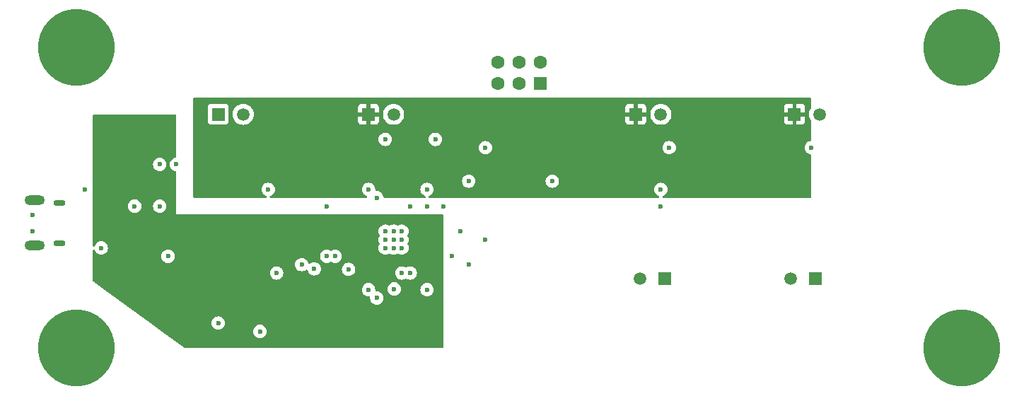
<source format=gbr>
%TF.GenerationSoftware,KiCad,Pcbnew,8.0.4*%
%TF.CreationDate,2024-12-23T16:55:19-08:00*%
%TF.ProjectId,Butterfly_v0,42757474-6572-4666-9c79-5f76302e6b69,rev?*%
%TF.SameCoordinates,Original*%
%TF.FileFunction,Copper,L3,Inr*%
%TF.FilePolarity,Positive*%
%FSLAX46Y46*%
G04 Gerber Fmt 4.6, Leading zero omitted, Abs format (unit mm)*
G04 Created by KiCad (PCBNEW 8.0.4) date 2024-12-23 16:55:19*
%MOMM*%
%LPD*%
G01*
G04 APERTURE LIST*
%TA.AperFunction,ComponentPad*%
%ADD10R,1.520000X1.520000*%
%TD*%
%TA.AperFunction,ComponentPad*%
%ADD11C,1.520000*%
%TD*%
%TA.AperFunction,ComponentPad*%
%ADD12R,1.605000X1.605000*%
%TD*%
%TA.AperFunction,ComponentPad*%
%ADD13C,1.605000*%
%TD*%
%TA.AperFunction,ComponentPad*%
%ADD14O,1.460000X0.730000*%
%TD*%
%TA.AperFunction,ComponentPad*%
%ADD15O,2.400000X1.200000*%
%TD*%
%TA.AperFunction,ComponentPad*%
%ADD16C,9.200000*%
%TD*%
%TA.AperFunction,ViaPad*%
%ADD17C,0.600000*%
%TD*%
G04 APERTURE END LIST*
D10*
%TO.N,Net-(J6-Pad1)*%
%TO.C,J6*%
X145500000Y-84680000D03*
D11*
%TO.N,GND*%
X142500000Y-84680000D03*
%TD*%
D10*
%TO.N,+12V*%
%TO.C,J4*%
X124000000Y-65000000D03*
D11*
%TO.N,Net-(J4-Pad2)*%
X127000000Y-65000000D03*
%TD*%
D12*
%TO.N,MISO*%
%TO.C,J8*%
X112540000Y-61270000D03*
D13*
%TO.N,+3.3V*%
X112540000Y-58730000D03*
%TO.N,SCK*%
X110000000Y-61270000D03*
%TO.N,MOSI*%
X110000000Y-58730000D03*
%TO.N,RESET*%
X107460000Y-61270000D03*
%TO.N,GND*%
X107460000Y-58730000D03*
%TD*%
D14*
%TO.N,GND*%
%TO.C,J2*%
X55030000Y-75575000D03*
X55030000Y-80425000D03*
D15*
X52000000Y-75275000D03*
X52000000Y-80725000D03*
%TD*%
D10*
%TO.N,Net-(J7-Pad1)*%
%TO.C,J7*%
X127500000Y-84680000D03*
D11*
%TO.N,GND*%
X124500000Y-84680000D03*
%TD*%
D10*
%TO.N,+12V*%
%TO.C,J3*%
X92000000Y-65000000D03*
D11*
%TO.N,Net-(D2-PadA)*%
X95000000Y-65000000D03*
%TD*%
D16*
%TO.N,GND*%
%TO.C,H3*%
X163000000Y-93000000D03*
%TD*%
D10*
%TO.N,+12V*%
%TO.C,J5*%
X143000000Y-65000000D03*
D11*
%TO.N,Net-(J5-Pad2)*%
X146000000Y-65000000D03*
%TD*%
D16*
%TO.N,GND*%
%TO.C,H2*%
X57000000Y-93000000D03*
%TD*%
D10*
%TO.N,Net-(D1-A)*%
%TO.C,J1*%
X74000000Y-65000000D03*
D11*
%TO.N,GND*%
X77000000Y-65000000D03*
%TD*%
D16*
%TO.N,GND*%
%TO.C,H4*%
X163000000Y-57000000D03*
%TD*%
%TO.N,GND*%
%TO.C,H1*%
X57000000Y-57000000D03*
%TD*%
D17*
%TO.N,+12V*%
X72000000Y-70000000D03*
X72000000Y-74000000D03*
X82000000Y-74000000D03*
%TO.N,GND*%
X94000000Y-79000000D03*
X96000000Y-80000000D03*
X94000000Y-68000000D03*
X96000000Y-81000000D03*
X60000000Y-81000000D03*
X64000000Y-76000000D03*
X95000000Y-81000000D03*
X80000000Y-74000000D03*
X145000000Y-69000000D03*
X94000000Y-81000000D03*
X51750000Y-78962500D03*
X95000000Y-80000000D03*
X51750000Y-77037500D03*
X96000000Y-79000000D03*
X128000000Y-69000000D03*
X84000000Y-83000000D03*
X88000000Y-82000000D03*
X103000000Y-79000000D03*
X95000000Y-79000000D03*
X94000000Y-80000000D03*
X74000000Y-90000000D03*
X68000000Y-82000000D03*
X93000000Y-87000000D03*
X81000000Y-84000000D03*
X100000000Y-68000000D03*
X99000000Y-86000000D03*
X58000000Y-74000000D03*
%TO.N,+3.3V*%
X100000000Y-88000000D03*
X76000000Y-78000000D03*
X72000000Y-88000000D03*
X97000000Y-90000000D03*
X95000000Y-91000000D03*
X89000000Y-90000000D03*
X67000000Y-67000000D03*
X74000000Y-81000000D03*
X63000000Y-84000000D03*
X95000000Y-89000000D03*
X72000000Y-78000000D03*
X76000000Y-81000000D03*
X65000000Y-71000000D03*
X100000000Y-86000000D03*
X78000000Y-80000000D03*
X78000000Y-89000000D03*
X62000000Y-67000000D03*
X74000000Y-78000000D03*
X98374999Y-80675000D03*
X94934413Y-88065587D03*
X91000000Y-91000000D03*
X72000000Y-81000000D03*
X88000000Y-78000000D03*
%TO.N,RESET*%
X87000000Y-76000000D03*
X114000000Y-73000000D03*
X95077087Y-85922913D03*
X104000000Y-83000000D03*
X85500000Y-83500000D03*
X87000000Y-82000000D03*
%TO.N,Net-(U6-~{DTR}#)*%
X67000000Y-71000000D03*
X69000000Y-71000000D03*
%TO.N,TX-O*%
X97000000Y-84000000D03*
X67000000Y-76000000D03*
%TO.N,RX-I*%
X89617408Y-83567429D03*
X96000000Y-84000000D03*
%TO.N,SCK*%
X106000000Y-69000000D03*
X92000000Y-74000000D03*
%TO.N,MISO*%
X104000000Y-73000000D03*
X93000000Y-75000000D03*
%TO.N,SCL*%
X92000000Y-86000000D03*
X79000000Y-91000000D03*
%TO.N,PD5*%
X99000000Y-76000000D03*
X99000000Y-74000000D03*
%TO.N,PD6*%
X127000000Y-76000000D03*
X101000000Y-76000000D03*
X97000000Y-76000000D03*
X127000000Y-74000000D03*
%TO.N,PD3*%
X106000000Y-80000000D03*
X102000000Y-82000000D03*
%TD*%
%TA.AperFunction,Conductor*%
%TO.N,+12V*%
G36*
X144943039Y-63019685D02*
G01*
X144988794Y-63072489D01*
X145000000Y-63124000D01*
X145000000Y-64191435D01*
X144980315Y-64258474D01*
X144977576Y-64262557D01*
X144904204Y-64367344D01*
X144810994Y-64567235D01*
X144810990Y-64567244D01*
X144753909Y-64780275D01*
X144753907Y-64780285D01*
X144734685Y-64999998D01*
X144734685Y-65000001D01*
X144753907Y-65219714D01*
X144753909Y-65219724D01*
X144810990Y-65432755D01*
X144810995Y-65432769D01*
X144904203Y-65632654D01*
X144904205Y-65632658D01*
X144977575Y-65737442D01*
X144999902Y-65803646D01*
X145000000Y-65808564D01*
X145000000Y-68083621D01*
X144980315Y-68150660D01*
X144927511Y-68196415D01*
X144889884Y-68206841D01*
X144820749Y-68214630D01*
X144820745Y-68214631D01*
X144650476Y-68274211D01*
X144497737Y-68370184D01*
X144370184Y-68497737D01*
X144274211Y-68650476D01*
X144214631Y-68820745D01*
X144214630Y-68820750D01*
X144194435Y-68999996D01*
X144194435Y-69000003D01*
X144214630Y-69179249D01*
X144214631Y-69179254D01*
X144274211Y-69349523D01*
X144370184Y-69502262D01*
X144497738Y-69629816D01*
X144650478Y-69725789D01*
X144820745Y-69785368D01*
X144820749Y-69785369D01*
X144889883Y-69793158D01*
X144954297Y-69820224D01*
X144993852Y-69877818D01*
X145000000Y-69916378D01*
X145000000Y-74876000D01*
X144980315Y-74943039D01*
X144927511Y-74988794D01*
X144876000Y-75000000D01*
X127295685Y-75000000D01*
X127228646Y-74980315D01*
X127182891Y-74927511D01*
X127172947Y-74858353D01*
X127201972Y-74794797D01*
X127254731Y-74758958D01*
X127288607Y-74747103D01*
X127349522Y-74725789D01*
X127502262Y-74629816D01*
X127629816Y-74502262D01*
X127725789Y-74349522D01*
X127785368Y-74179255D01*
X127797149Y-74074699D01*
X127805565Y-74000003D01*
X127805565Y-73999996D01*
X127785369Y-73820750D01*
X127785368Y-73820745D01*
X127725788Y-73650476D01*
X127686582Y-73588080D01*
X127629816Y-73497738D01*
X127502262Y-73370184D01*
X127469379Y-73349522D01*
X127349523Y-73274211D01*
X127179254Y-73214631D01*
X127179249Y-73214630D01*
X127000004Y-73194435D01*
X126999996Y-73194435D01*
X126820750Y-73214630D01*
X126820745Y-73214631D01*
X126650476Y-73274211D01*
X126497737Y-73370184D01*
X126370184Y-73497737D01*
X126274211Y-73650476D01*
X126214631Y-73820745D01*
X126214630Y-73820750D01*
X126194435Y-73999996D01*
X126194435Y-74000003D01*
X126214630Y-74179249D01*
X126214631Y-74179254D01*
X126274211Y-74349523D01*
X126367341Y-74497737D01*
X126370184Y-74502262D01*
X126497738Y-74629816D01*
X126650478Y-74725789D01*
X126745269Y-74758958D01*
X126802046Y-74799680D01*
X126827793Y-74864633D01*
X126814337Y-74933194D01*
X126765950Y-74983597D01*
X126704315Y-75000000D01*
X99295685Y-75000000D01*
X99228646Y-74980315D01*
X99182891Y-74927511D01*
X99172947Y-74858353D01*
X99201972Y-74794797D01*
X99254731Y-74758958D01*
X99288607Y-74747103D01*
X99349522Y-74725789D01*
X99502262Y-74629816D01*
X99629816Y-74502262D01*
X99725789Y-74349522D01*
X99785368Y-74179255D01*
X99797149Y-74074699D01*
X99805565Y-74000003D01*
X99805565Y-73999996D01*
X99785369Y-73820750D01*
X99785368Y-73820745D01*
X99725788Y-73650476D01*
X99686582Y-73588080D01*
X99629816Y-73497738D01*
X99502262Y-73370184D01*
X99469379Y-73349522D01*
X99349523Y-73274211D01*
X99179254Y-73214631D01*
X99179249Y-73214630D01*
X99000004Y-73194435D01*
X98999996Y-73194435D01*
X98820750Y-73214630D01*
X98820745Y-73214631D01*
X98650476Y-73274211D01*
X98497737Y-73370184D01*
X98370184Y-73497737D01*
X98274211Y-73650476D01*
X98214631Y-73820745D01*
X98214630Y-73820750D01*
X98194435Y-73999996D01*
X98194435Y-74000003D01*
X98214630Y-74179249D01*
X98214631Y-74179254D01*
X98274211Y-74349523D01*
X98367341Y-74497737D01*
X98370184Y-74502262D01*
X98497738Y-74629816D01*
X98650478Y-74725789D01*
X98745269Y-74758958D01*
X98802046Y-74799680D01*
X98827793Y-74864633D01*
X98814337Y-74933194D01*
X98765950Y-74983597D01*
X98704315Y-75000000D01*
X93916378Y-75000000D01*
X93849339Y-74980315D01*
X93803584Y-74927511D01*
X93793158Y-74889883D01*
X93785369Y-74820749D01*
X93785368Y-74820745D01*
X93725788Y-74650476D01*
X93686582Y-74588080D01*
X93629816Y-74497738D01*
X93502262Y-74370184D01*
X93469379Y-74349522D01*
X93349523Y-74274211D01*
X93179254Y-74214631D01*
X93179249Y-74214630D01*
X93000004Y-74194435D01*
X92999996Y-74194435D01*
X92935388Y-74201714D01*
X92866566Y-74189659D01*
X92815187Y-74142310D01*
X92797563Y-74074699D01*
X92798285Y-74064610D01*
X92805565Y-74000002D01*
X92805565Y-73999996D01*
X92785369Y-73820750D01*
X92785368Y-73820745D01*
X92725788Y-73650476D01*
X92686582Y-73588080D01*
X92629816Y-73497738D01*
X92502262Y-73370184D01*
X92469379Y-73349522D01*
X92349523Y-73274211D01*
X92179254Y-73214631D01*
X92179249Y-73214630D01*
X92000004Y-73194435D01*
X91999996Y-73194435D01*
X91820750Y-73214630D01*
X91820745Y-73214631D01*
X91650476Y-73274211D01*
X91497737Y-73370184D01*
X91370184Y-73497737D01*
X91274211Y-73650476D01*
X91214631Y-73820745D01*
X91214630Y-73820750D01*
X91194435Y-73999996D01*
X91194435Y-74000003D01*
X91214630Y-74179249D01*
X91214631Y-74179254D01*
X91274211Y-74349523D01*
X91367341Y-74497737D01*
X91370184Y-74502262D01*
X91497738Y-74629816D01*
X91650478Y-74725789D01*
X91745269Y-74758958D01*
X91802046Y-74799680D01*
X91827793Y-74864633D01*
X91814337Y-74933194D01*
X91765950Y-74983597D01*
X91704315Y-75000000D01*
X80295685Y-75000000D01*
X80228646Y-74980315D01*
X80182891Y-74927511D01*
X80172947Y-74858353D01*
X80201972Y-74794797D01*
X80254731Y-74758958D01*
X80288607Y-74747103D01*
X80349522Y-74725789D01*
X80502262Y-74629816D01*
X80629816Y-74502262D01*
X80725789Y-74349522D01*
X80785368Y-74179255D01*
X80797149Y-74074699D01*
X80805565Y-74000003D01*
X80805565Y-73999996D01*
X80785369Y-73820750D01*
X80785368Y-73820745D01*
X80725788Y-73650476D01*
X80686582Y-73588080D01*
X80629816Y-73497738D01*
X80502262Y-73370184D01*
X80469379Y-73349522D01*
X80349523Y-73274211D01*
X80179254Y-73214631D01*
X80179249Y-73214630D01*
X80000004Y-73194435D01*
X79999996Y-73194435D01*
X79820750Y-73214630D01*
X79820745Y-73214631D01*
X79650476Y-73274211D01*
X79497737Y-73370184D01*
X79370184Y-73497737D01*
X79274211Y-73650476D01*
X79214631Y-73820745D01*
X79214630Y-73820750D01*
X79194435Y-73999996D01*
X79194435Y-74000003D01*
X79214630Y-74179249D01*
X79214631Y-74179254D01*
X79274211Y-74349523D01*
X79367341Y-74497737D01*
X79370184Y-74502262D01*
X79497738Y-74629816D01*
X79650478Y-74725789D01*
X79745269Y-74758958D01*
X79802046Y-74799680D01*
X79827793Y-74864633D01*
X79814337Y-74933194D01*
X79765950Y-74983597D01*
X79704315Y-75000000D01*
X71124000Y-75000000D01*
X71056961Y-74980315D01*
X71011206Y-74927511D01*
X71000000Y-74876000D01*
X71000000Y-72999996D01*
X103194435Y-72999996D01*
X103194435Y-73000003D01*
X103214630Y-73179249D01*
X103214631Y-73179254D01*
X103274211Y-73349523D01*
X103367341Y-73497737D01*
X103370184Y-73502262D01*
X103497738Y-73629816D01*
X103650478Y-73725789D01*
X103820745Y-73785368D01*
X103820750Y-73785369D01*
X103999996Y-73805565D01*
X104000000Y-73805565D01*
X104000004Y-73805565D01*
X104179249Y-73785369D01*
X104179252Y-73785368D01*
X104179255Y-73785368D01*
X104349522Y-73725789D01*
X104502262Y-73629816D01*
X104629816Y-73502262D01*
X104725789Y-73349522D01*
X104785368Y-73179255D01*
X104805565Y-73000000D01*
X104805565Y-72999996D01*
X113194435Y-72999996D01*
X113194435Y-73000003D01*
X113214630Y-73179249D01*
X113214631Y-73179254D01*
X113274211Y-73349523D01*
X113367341Y-73497737D01*
X113370184Y-73502262D01*
X113497738Y-73629816D01*
X113650478Y-73725789D01*
X113820745Y-73785368D01*
X113820750Y-73785369D01*
X113999996Y-73805565D01*
X114000000Y-73805565D01*
X114000004Y-73805565D01*
X114179249Y-73785369D01*
X114179252Y-73785368D01*
X114179255Y-73785368D01*
X114349522Y-73725789D01*
X114502262Y-73629816D01*
X114629816Y-73502262D01*
X114725789Y-73349522D01*
X114785368Y-73179255D01*
X114805565Y-73000000D01*
X114785368Y-72820745D01*
X114725789Y-72650478D01*
X114629816Y-72497738D01*
X114502262Y-72370184D01*
X114349523Y-72274211D01*
X114179254Y-72214631D01*
X114179249Y-72214630D01*
X114000004Y-72194435D01*
X113999996Y-72194435D01*
X113820750Y-72214630D01*
X113820745Y-72214631D01*
X113650476Y-72274211D01*
X113497737Y-72370184D01*
X113370184Y-72497737D01*
X113274211Y-72650476D01*
X113214631Y-72820745D01*
X113214630Y-72820750D01*
X113194435Y-72999996D01*
X104805565Y-72999996D01*
X104785368Y-72820745D01*
X104725789Y-72650478D01*
X104629816Y-72497738D01*
X104502262Y-72370184D01*
X104349523Y-72274211D01*
X104179254Y-72214631D01*
X104179249Y-72214630D01*
X104000004Y-72194435D01*
X103999996Y-72194435D01*
X103820750Y-72214630D01*
X103820745Y-72214631D01*
X103650476Y-72274211D01*
X103497737Y-72370184D01*
X103370184Y-72497737D01*
X103274211Y-72650476D01*
X103214631Y-72820745D01*
X103214630Y-72820750D01*
X103194435Y-72999996D01*
X71000000Y-72999996D01*
X71000000Y-68999996D01*
X105194435Y-68999996D01*
X105194435Y-69000003D01*
X105214630Y-69179249D01*
X105214631Y-69179254D01*
X105274211Y-69349523D01*
X105370184Y-69502262D01*
X105497738Y-69629816D01*
X105650478Y-69725789D01*
X105820745Y-69785368D01*
X105820750Y-69785369D01*
X105999996Y-69805565D01*
X106000000Y-69805565D01*
X106000004Y-69805565D01*
X106179249Y-69785369D01*
X106179252Y-69785368D01*
X106179255Y-69785368D01*
X106349522Y-69725789D01*
X106502262Y-69629816D01*
X106629816Y-69502262D01*
X106725789Y-69349522D01*
X106785368Y-69179255D01*
X106805565Y-69000000D01*
X106805565Y-68999996D01*
X127194435Y-68999996D01*
X127194435Y-69000003D01*
X127214630Y-69179249D01*
X127214631Y-69179254D01*
X127274211Y-69349523D01*
X127370184Y-69502262D01*
X127497738Y-69629816D01*
X127650478Y-69725789D01*
X127820745Y-69785368D01*
X127820750Y-69785369D01*
X127999996Y-69805565D01*
X128000000Y-69805565D01*
X128000004Y-69805565D01*
X128179249Y-69785369D01*
X128179252Y-69785368D01*
X128179255Y-69785368D01*
X128349522Y-69725789D01*
X128502262Y-69629816D01*
X128629816Y-69502262D01*
X128725789Y-69349522D01*
X128785368Y-69179255D01*
X128805565Y-69000000D01*
X128785368Y-68820745D01*
X128725789Y-68650478D01*
X128629816Y-68497738D01*
X128502262Y-68370184D01*
X128469379Y-68349522D01*
X128349523Y-68274211D01*
X128179254Y-68214631D01*
X128179249Y-68214630D01*
X128000004Y-68194435D01*
X127999996Y-68194435D01*
X127820750Y-68214630D01*
X127820745Y-68214631D01*
X127650476Y-68274211D01*
X127497737Y-68370184D01*
X127370184Y-68497737D01*
X127274211Y-68650476D01*
X127214631Y-68820745D01*
X127214630Y-68820750D01*
X127194435Y-68999996D01*
X106805565Y-68999996D01*
X106785368Y-68820745D01*
X106725789Y-68650478D01*
X106629816Y-68497738D01*
X106502262Y-68370184D01*
X106469379Y-68349522D01*
X106349523Y-68274211D01*
X106179254Y-68214631D01*
X106179249Y-68214630D01*
X106000004Y-68194435D01*
X105999996Y-68194435D01*
X105820750Y-68214630D01*
X105820745Y-68214631D01*
X105650476Y-68274211D01*
X105497737Y-68370184D01*
X105370184Y-68497737D01*
X105274211Y-68650476D01*
X105214631Y-68820745D01*
X105214630Y-68820750D01*
X105194435Y-68999996D01*
X71000000Y-68999996D01*
X71000000Y-67999996D01*
X93194435Y-67999996D01*
X93194435Y-68000003D01*
X93214630Y-68179249D01*
X93214631Y-68179254D01*
X93274211Y-68349523D01*
X93367341Y-68497737D01*
X93370184Y-68502262D01*
X93497738Y-68629816D01*
X93650478Y-68725789D01*
X93820745Y-68785368D01*
X93820750Y-68785369D01*
X93999996Y-68805565D01*
X94000000Y-68805565D01*
X94000004Y-68805565D01*
X94179249Y-68785369D01*
X94179252Y-68785368D01*
X94179255Y-68785368D01*
X94349522Y-68725789D01*
X94502262Y-68629816D01*
X94629816Y-68502262D01*
X94725789Y-68349522D01*
X94785368Y-68179255D01*
X94788590Y-68150660D01*
X94805565Y-68000003D01*
X94805565Y-67999996D01*
X99194435Y-67999996D01*
X99194435Y-68000003D01*
X99214630Y-68179249D01*
X99214631Y-68179254D01*
X99274211Y-68349523D01*
X99367341Y-68497737D01*
X99370184Y-68502262D01*
X99497738Y-68629816D01*
X99650478Y-68725789D01*
X99820745Y-68785368D01*
X99820750Y-68785369D01*
X99999996Y-68805565D01*
X100000000Y-68805565D01*
X100000004Y-68805565D01*
X100179249Y-68785369D01*
X100179252Y-68785368D01*
X100179255Y-68785368D01*
X100349522Y-68725789D01*
X100502262Y-68629816D01*
X100629816Y-68502262D01*
X100725789Y-68349522D01*
X100785368Y-68179255D01*
X100788590Y-68150660D01*
X100805565Y-68000003D01*
X100805565Y-67999996D01*
X100785369Y-67820750D01*
X100785368Y-67820745D01*
X100725788Y-67650476D01*
X100629815Y-67497737D01*
X100502262Y-67370184D01*
X100349523Y-67274211D01*
X100179254Y-67214631D01*
X100179249Y-67214630D01*
X100000004Y-67194435D01*
X99999996Y-67194435D01*
X99820750Y-67214630D01*
X99820745Y-67214631D01*
X99650476Y-67274211D01*
X99497737Y-67370184D01*
X99370184Y-67497737D01*
X99274211Y-67650476D01*
X99214631Y-67820745D01*
X99214630Y-67820750D01*
X99194435Y-67999996D01*
X94805565Y-67999996D01*
X94785369Y-67820750D01*
X94785368Y-67820745D01*
X94725788Y-67650476D01*
X94629815Y-67497737D01*
X94502262Y-67370184D01*
X94349523Y-67274211D01*
X94179254Y-67214631D01*
X94179249Y-67214630D01*
X94000004Y-67194435D01*
X93999996Y-67194435D01*
X93820750Y-67214630D01*
X93820745Y-67214631D01*
X93650476Y-67274211D01*
X93497737Y-67370184D01*
X93370184Y-67497737D01*
X93274211Y-67650476D01*
X93214631Y-67820745D01*
X93214630Y-67820750D01*
X93194435Y-67999996D01*
X71000000Y-67999996D01*
X71000000Y-64192135D01*
X72739500Y-64192135D01*
X72739500Y-65807870D01*
X72739501Y-65807876D01*
X72745908Y-65867483D01*
X72796202Y-66002328D01*
X72796206Y-66002335D01*
X72882452Y-66117544D01*
X72882455Y-66117547D01*
X72997664Y-66203793D01*
X72997671Y-66203797D01*
X73132517Y-66254091D01*
X73132516Y-66254091D01*
X73139444Y-66254835D01*
X73192127Y-66260500D01*
X74807872Y-66260499D01*
X74867483Y-66254091D01*
X75002331Y-66203796D01*
X75117546Y-66117546D01*
X75203796Y-66002331D01*
X75254091Y-65867483D01*
X75260500Y-65807873D01*
X75260499Y-64999998D01*
X75734685Y-64999998D01*
X75734685Y-65000001D01*
X75753907Y-65219714D01*
X75753909Y-65219724D01*
X75810990Y-65432755D01*
X75810995Y-65432769D01*
X75904203Y-65632654D01*
X75904207Y-65632662D01*
X76030712Y-65813330D01*
X76186669Y-65969287D01*
X76367337Y-66095792D01*
X76367339Y-66095793D01*
X76367342Y-66095795D01*
X76413990Y-66117547D01*
X76567230Y-66189004D01*
X76567232Y-66189004D01*
X76567237Y-66189007D01*
X76780280Y-66246092D01*
X76937222Y-66259822D01*
X76999998Y-66265315D01*
X77000000Y-66265315D01*
X77000002Y-66265315D01*
X77060762Y-66259999D01*
X77219720Y-66246092D01*
X77432763Y-66189007D01*
X77632658Y-66095795D01*
X77813329Y-65969288D01*
X77969288Y-65813329D01*
X78095795Y-65632658D01*
X78189007Y-65432763D01*
X78246092Y-65219720D01*
X78265315Y-65000000D01*
X78246092Y-64780280D01*
X78189007Y-64567237D01*
X78095795Y-64367343D01*
X77973128Y-64192155D01*
X90740000Y-64192155D01*
X90740000Y-64750000D01*
X91555440Y-64750000D01*
X91524755Y-64803147D01*
X91490000Y-64932857D01*
X91490000Y-65067143D01*
X91524755Y-65196853D01*
X91555440Y-65250000D01*
X90740000Y-65250000D01*
X90740000Y-65807844D01*
X90746401Y-65867372D01*
X90746403Y-65867379D01*
X90796645Y-66002086D01*
X90796649Y-66002093D01*
X90882809Y-66117187D01*
X90882812Y-66117190D01*
X90997906Y-66203350D01*
X90997913Y-66203354D01*
X91132620Y-66253596D01*
X91132627Y-66253598D01*
X91192155Y-66259999D01*
X91192172Y-66260000D01*
X91750000Y-66260000D01*
X91750000Y-65444560D01*
X91803147Y-65475245D01*
X91932857Y-65510000D01*
X92067143Y-65510000D01*
X92196853Y-65475245D01*
X92250000Y-65444560D01*
X92250000Y-66260000D01*
X92807828Y-66260000D01*
X92807844Y-66259999D01*
X92867372Y-66253598D01*
X92867379Y-66253596D01*
X93002086Y-66203354D01*
X93002093Y-66203350D01*
X93117187Y-66117190D01*
X93117190Y-66117187D01*
X93203350Y-66002093D01*
X93203354Y-66002086D01*
X93253596Y-65867379D01*
X93253598Y-65867372D01*
X93259999Y-65807844D01*
X93260000Y-65807827D01*
X93260000Y-65250000D01*
X92444560Y-65250000D01*
X92475245Y-65196853D01*
X92510000Y-65067143D01*
X92510000Y-64999998D01*
X93734685Y-64999998D01*
X93734685Y-65000001D01*
X93753907Y-65219714D01*
X93753909Y-65219724D01*
X93810990Y-65432755D01*
X93810995Y-65432769D01*
X93904203Y-65632654D01*
X93904207Y-65632662D01*
X94030712Y-65813330D01*
X94186669Y-65969287D01*
X94367337Y-66095792D01*
X94367339Y-66095793D01*
X94367342Y-66095795D01*
X94413990Y-66117547D01*
X94567230Y-66189004D01*
X94567232Y-66189004D01*
X94567237Y-66189007D01*
X94780280Y-66246092D01*
X94937222Y-66259822D01*
X94999998Y-66265315D01*
X95000000Y-66265315D01*
X95000002Y-66265315D01*
X95060762Y-66259999D01*
X95219720Y-66246092D01*
X95432763Y-66189007D01*
X95632658Y-66095795D01*
X95813329Y-65969288D01*
X95969288Y-65813329D01*
X96095795Y-65632658D01*
X96189007Y-65432763D01*
X96246092Y-65219720D01*
X96265315Y-65000000D01*
X96246092Y-64780280D01*
X96189007Y-64567237D01*
X96095795Y-64367343D01*
X95973128Y-64192155D01*
X122740000Y-64192155D01*
X122740000Y-64750000D01*
X123555440Y-64750000D01*
X123524755Y-64803147D01*
X123490000Y-64932857D01*
X123490000Y-65067143D01*
X123524755Y-65196853D01*
X123555440Y-65250000D01*
X122740000Y-65250000D01*
X122740000Y-65807844D01*
X122746401Y-65867372D01*
X122746403Y-65867379D01*
X122796645Y-66002086D01*
X122796649Y-66002093D01*
X122882809Y-66117187D01*
X122882812Y-66117190D01*
X122997906Y-66203350D01*
X122997913Y-66203354D01*
X123132620Y-66253596D01*
X123132627Y-66253598D01*
X123192155Y-66259999D01*
X123192172Y-66260000D01*
X123750000Y-66260000D01*
X123750000Y-65444560D01*
X123803147Y-65475245D01*
X123932857Y-65510000D01*
X124067143Y-65510000D01*
X124196853Y-65475245D01*
X124250000Y-65444560D01*
X124250000Y-66260000D01*
X124807828Y-66260000D01*
X124807844Y-66259999D01*
X124867372Y-66253598D01*
X124867379Y-66253596D01*
X125002086Y-66203354D01*
X125002093Y-66203350D01*
X125117187Y-66117190D01*
X125117190Y-66117187D01*
X125203350Y-66002093D01*
X125203354Y-66002086D01*
X125253596Y-65867379D01*
X125253598Y-65867372D01*
X125259999Y-65807844D01*
X125260000Y-65807827D01*
X125260000Y-65250000D01*
X124444560Y-65250000D01*
X124475245Y-65196853D01*
X124510000Y-65067143D01*
X124510000Y-64999998D01*
X125734685Y-64999998D01*
X125734685Y-65000001D01*
X125753907Y-65219714D01*
X125753909Y-65219724D01*
X125810990Y-65432755D01*
X125810995Y-65432769D01*
X125904203Y-65632654D01*
X125904207Y-65632662D01*
X126030712Y-65813330D01*
X126186669Y-65969287D01*
X126367337Y-66095792D01*
X126367339Y-66095793D01*
X126367342Y-66095795D01*
X126413990Y-66117547D01*
X126567230Y-66189004D01*
X126567232Y-66189004D01*
X126567237Y-66189007D01*
X126780280Y-66246092D01*
X126937222Y-66259822D01*
X126999998Y-66265315D01*
X127000000Y-66265315D01*
X127000002Y-66265315D01*
X127060762Y-66259999D01*
X127219720Y-66246092D01*
X127432763Y-66189007D01*
X127632658Y-66095795D01*
X127813329Y-65969288D01*
X127969288Y-65813329D01*
X128095795Y-65632658D01*
X128189007Y-65432763D01*
X128246092Y-65219720D01*
X128265315Y-65000000D01*
X128246092Y-64780280D01*
X128189007Y-64567237D01*
X128095795Y-64367343D01*
X127973128Y-64192155D01*
X141740000Y-64192155D01*
X141740000Y-64750000D01*
X142555440Y-64750000D01*
X142524755Y-64803147D01*
X142490000Y-64932857D01*
X142490000Y-65067143D01*
X142524755Y-65196853D01*
X142555440Y-65250000D01*
X141740000Y-65250000D01*
X141740000Y-65807844D01*
X141746401Y-65867372D01*
X141746403Y-65867379D01*
X141796645Y-66002086D01*
X141796649Y-66002093D01*
X141882809Y-66117187D01*
X141882812Y-66117190D01*
X141997906Y-66203350D01*
X141997913Y-66203354D01*
X142132620Y-66253596D01*
X142132627Y-66253598D01*
X142192155Y-66259999D01*
X142192172Y-66260000D01*
X142750000Y-66260000D01*
X142750000Y-65444560D01*
X142803147Y-65475245D01*
X142932857Y-65510000D01*
X143067143Y-65510000D01*
X143196853Y-65475245D01*
X143250000Y-65444560D01*
X143250000Y-66260000D01*
X143807828Y-66260000D01*
X143807844Y-66259999D01*
X143867372Y-66253598D01*
X143867379Y-66253596D01*
X144002086Y-66203354D01*
X144002093Y-66203350D01*
X144117187Y-66117190D01*
X144117190Y-66117187D01*
X144203350Y-66002093D01*
X144203354Y-66002086D01*
X144253596Y-65867379D01*
X144253598Y-65867372D01*
X144259999Y-65807844D01*
X144260000Y-65807827D01*
X144260000Y-65250000D01*
X143444560Y-65250000D01*
X143475245Y-65196853D01*
X143510000Y-65067143D01*
X143510000Y-64932857D01*
X143475245Y-64803147D01*
X143444560Y-64750000D01*
X144260000Y-64750000D01*
X144260000Y-64192172D01*
X144259999Y-64192155D01*
X144253598Y-64132627D01*
X144253596Y-64132620D01*
X144203354Y-63997913D01*
X144203350Y-63997906D01*
X144117190Y-63882812D01*
X144117187Y-63882809D01*
X144002093Y-63796649D01*
X144002086Y-63796645D01*
X143867379Y-63746403D01*
X143867372Y-63746401D01*
X143807844Y-63740000D01*
X143250000Y-63740000D01*
X143250000Y-64555439D01*
X143196853Y-64524755D01*
X143067143Y-64490000D01*
X142932857Y-64490000D01*
X142803147Y-64524755D01*
X142750000Y-64555439D01*
X142750000Y-63740000D01*
X142192155Y-63740000D01*
X142132627Y-63746401D01*
X142132620Y-63746403D01*
X141997913Y-63796645D01*
X141997906Y-63796649D01*
X141882812Y-63882809D01*
X141882809Y-63882812D01*
X141796649Y-63997906D01*
X141796645Y-63997913D01*
X141746403Y-64132620D01*
X141746401Y-64132627D01*
X141740000Y-64192155D01*
X127973128Y-64192155D01*
X127969288Y-64186671D01*
X127969286Y-64186668D01*
X127813330Y-64030712D01*
X127632662Y-63904207D01*
X127632654Y-63904203D01*
X127432769Y-63810995D01*
X127432755Y-63810990D01*
X127219724Y-63753909D01*
X127219722Y-63753908D01*
X127219720Y-63753908D01*
X127219718Y-63753907D01*
X127219714Y-63753907D01*
X127000002Y-63734685D01*
X126999998Y-63734685D01*
X126780285Y-63753907D01*
X126780275Y-63753909D01*
X126567244Y-63810990D01*
X126567235Y-63810994D01*
X126367344Y-63904204D01*
X126367342Y-63904205D01*
X126186668Y-64030713D01*
X126030713Y-64186668D01*
X125904205Y-64367342D01*
X125904204Y-64367344D01*
X125810994Y-64567235D01*
X125810990Y-64567244D01*
X125753909Y-64780275D01*
X125753907Y-64780285D01*
X125734685Y-64999998D01*
X124510000Y-64999998D01*
X124510000Y-64932857D01*
X124475245Y-64803147D01*
X124444560Y-64750000D01*
X125260000Y-64750000D01*
X125260000Y-64192172D01*
X125259999Y-64192155D01*
X125253598Y-64132627D01*
X125253596Y-64132620D01*
X125203354Y-63997913D01*
X125203350Y-63997906D01*
X125117190Y-63882812D01*
X125117187Y-63882809D01*
X125002093Y-63796649D01*
X125002086Y-63796645D01*
X124867379Y-63746403D01*
X124867372Y-63746401D01*
X124807844Y-63740000D01*
X124250000Y-63740000D01*
X124250000Y-64555439D01*
X124196853Y-64524755D01*
X124067143Y-64490000D01*
X123932857Y-64490000D01*
X123803147Y-64524755D01*
X123750000Y-64555439D01*
X123750000Y-63740000D01*
X123192155Y-63740000D01*
X123132627Y-63746401D01*
X123132620Y-63746403D01*
X122997913Y-63796645D01*
X122997906Y-63796649D01*
X122882812Y-63882809D01*
X122882809Y-63882812D01*
X122796649Y-63997906D01*
X122796645Y-63997913D01*
X122746403Y-64132620D01*
X122746401Y-64132627D01*
X122740000Y-64192155D01*
X95973128Y-64192155D01*
X95969288Y-64186671D01*
X95969286Y-64186668D01*
X95813330Y-64030712D01*
X95632662Y-63904207D01*
X95632654Y-63904203D01*
X95432769Y-63810995D01*
X95432755Y-63810990D01*
X95219724Y-63753909D01*
X95219722Y-63753908D01*
X95219720Y-63753908D01*
X95219718Y-63753907D01*
X95219714Y-63753907D01*
X95000002Y-63734685D01*
X94999998Y-63734685D01*
X94780285Y-63753907D01*
X94780275Y-63753909D01*
X94567244Y-63810990D01*
X94567235Y-63810994D01*
X94367344Y-63904204D01*
X94367342Y-63904205D01*
X94186668Y-64030713D01*
X94030713Y-64186668D01*
X93904205Y-64367342D01*
X93904204Y-64367344D01*
X93810994Y-64567235D01*
X93810990Y-64567244D01*
X93753909Y-64780275D01*
X93753907Y-64780285D01*
X93734685Y-64999998D01*
X92510000Y-64999998D01*
X92510000Y-64932857D01*
X92475245Y-64803147D01*
X92444560Y-64750000D01*
X93260000Y-64750000D01*
X93260000Y-64192172D01*
X93259999Y-64192155D01*
X93253598Y-64132627D01*
X93253596Y-64132620D01*
X93203354Y-63997913D01*
X93203350Y-63997906D01*
X93117190Y-63882812D01*
X93117187Y-63882809D01*
X93002093Y-63796649D01*
X93002086Y-63796645D01*
X92867379Y-63746403D01*
X92867372Y-63746401D01*
X92807844Y-63740000D01*
X92250000Y-63740000D01*
X92250000Y-64555439D01*
X92196853Y-64524755D01*
X92067143Y-64490000D01*
X91932857Y-64490000D01*
X91803147Y-64524755D01*
X91750000Y-64555439D01*
X91750000Y-63740000D01*
X91192155Y-63740000D01*
X91132627Y-63746401D01*
X91132620Y-63746403D01*
X90997913Y-63796645D01*
X90997906Y-63796649D01*
X90882812Y-63882809D01*
X90882809Y-63882812D01*
X90796649Y-63997906D01*
X90796645Y-63997913D01*
X90746403Y-64132620D01*
X90746401Y-64132627D01*
X90740000Y-64192155D01*
X77973128Y-64192155D01*
X77969288Y-64186671D01*
X77969286Y-64186668D01*
X77813330Y-64030712D01*
X77632662Y-63904207D01*
X77632654Y-63904203D01*
X77432769Y-63810995D01*
X77432755Y-63810990D01*
X77219724Y-63753909D01*
X77219722Y-63753908D01*
X77219720Y-63753908D01*
X77219718Y-63753907D01*
X77219714Y-63753907D01*
X77000002Y-63734685D01*
X76999998Y-63734685D01*
X76780285Y-63753907D01*
X76780275Y-63753909D01*
X76567244Y-63810990D01*
X76567235Y-63810994D01*
X76367344Y-63904204D01*
X76367342Y-63904205D01*
X76186668Y-64030713D01*
X76030713Y-64186668D01*
X75904205Y-64367342D01*
X75904204Y-64367344D01*
X75810994Y-64567235D01*
X75810990Y-64567244D01*
X75753909Y-64780275D01*
X75753907Y-64780285D01*
X75734685Y-64999998D01*
X75260499Y-64999998D01*
X75260499Y-64192128D01*
X75254091Y-64132517D01*
X75216120Y-64030712D01*
X75203797Y-63997671D01*
X75203793Y-63997664D01*
X75117547Y-63882455D01*
X75117544Y-63882452D01*
X75002335Y-63796206D01*
X75002328Y-63796202D01*
X74867482Y-63745908D01*
X74867483Y-63745908D01*
X74807883Y-63739501D01*
X74807881Y-63739500D01*
X74807873Y-63739500D01*
X74807864Y-63739500D01*
X73192129Y-63739500D01*
X73192123Y-63739501D01*
X73132516Y-63745908D01*
X72997671Y-63796202D01*
X72997664Y-63796206D01*
X72882455Y-63882452D01*
X72882452Y-63882455D01*
X72796206Y-63997664D01*
X72796202Y-63997671D01*
X72745908Y-64132517D01*
X72739574Y-64191435D01*
X72739501Y-64192123D01*
X72739500Y-64192135D01*
X71000000Y-64192135D01*
X71000000Y-63124000D01*
X71019685Y-63056961D01*
X71072489Y-63011206D01*
X71124000Y-63000000D01*
X144876000Y-63000000D01*
X144943039Y-63019685D01*
G37*
%TD.AperFunction*%
%TD*%
%TA.AperFunction,Conductor*%
%TO.N,+3.3V*%
G36*
X68943039Y-65019685D02*
G01*
X68988794Y-65072489D01*
X69000000Y-65124000D01*
X69000000Y-70083621D01*
X68980315Y-70150660D01*
X68927511Y-70196415D01*
X68889884Y-70206841D01*
X68820749Y-70214630D01*
X68820745Y-70214631D01*
X68650476Y-70274211D01*
X68497737Y-70370184D01*
X68370184Y-70497737D01*
X68274211Y-70650476D01*
X68214631Y-70820745D01*
X68214630Y-70820750D01*
X68194435Y-70999996D01*
X68194435Y-71000003D01*
X68214630Y-71179249D01*
X68214631Y-71179254D01*
X68274211Y-71349523D01*
X68370184Y-71502262D01*
X68497738Y-71629816D01*
X68650478Y-71725789D01*
X68820745Y-71785368D01*
X68820749Y-71785369D01*
X68889883Y-71793158D01*
X68954297Y-71820224D01*
X68993852Y-71877818D01*
X69000000Y-71916378D01*
X69000000Y-77000000D01*
X100876000Y-77000000D01*
X100943039Y-77019685D01*
X100988794Y-77072489D01*
X101000000Y-77124000D01*
X101000000Y-92876000D01*
X100980315Y-92943039D01*
X100927511Y-92988794D01*
X100876000Y-93000000D01*
X70040322Y-93000000D01*
X69973283Y-92980315D01*
X69967389Y-92976283D01*
X67249995Y-90999996D01*
X78194435Y-90999996D01*
X78194435Y-91000003D01*
X78214630Y-91179249D01*
X78214631Y-91179254D01*
X78274211Y-91349523D01*
X78370184Y-91502262D01*
X78497738Y-91629816D01*
X78650478Y-91725789D01*
X78820745Y-91785368D01*
X78820750Y-91785369D01*
X78999996Y-91805565D01*
X79000000Y-91805565D01*
X79000004Y-91805565D01*
X79179249Y-91785369D01*
X79179252Y-91785368D01*
X79179255Y-91785368D01*
X79349522Y-91725789D01*
X79502262Y-91629816D01*
X79629816Y-91502262D01*
X79725789Y-91349522D01*
X79785368Y-91179255D01*
X79805565Y-91000000D01*
X79785368Y-90820745D01*
X79725789Y-90650478D01*
X79629816Y-90497738D01*
X79502262Y-90370184D01*
X79469379Y-90349522D01*
X79349523Y-90274211D01*
X79179254Y-90214631D01*
X79179249Y-90214630D01*
X79000004Y-90194435D01*
X78999996Y-90194435D01*
X78820750Y-90214630D01*
X78820745Y-90214631D01*
X78650476Y-90274211D01*
X78497737Y-90370184D01*
X78370184Y-90497737D01*
X78274211Y-90650476D01*
X78214631Y-90820745D01*
X78214630Y-90820750D01*
X78194435Y-90999996D01*
X67249995Y-90999996D01*
X65874995Y-89999996D01*
X73194435Y-89999996D01*
X73194435Y-90000003D01*
X73214630Y-90179249D01*
X73214631Y-90179254D01*
X73274211Y-90349523D01*
X73335662Y-90447321D01*
X73370184Y-90502262D01*
X73497738Y-90629816D01*
X73650478Y-90725789D01*
X73820745Y-90785368D01*
X73820750Y-90785369D01*
X73999996Y-90805565D01*
X74000000Y-90805565D01*
X74000004Y-90805565D01*
X74179249Y-90785369D01*
X74179252Y-90785368D01*
X74179255Y-90785368D01*
X74349522Y-90725789D01*
X74502262Y-90629816D01*
X74629816Y-90502262D01*
X74725789Y-90349522D01*
X74785368Y-90179255D01*
X74805565Y-90000000D01*
X74785368Y-89820745D01*
X74725789Y-89650478D01*
X74629816Y-89497738D01*
X74502262Y-89370184D01*
X74349523Y-89274211D01*
X74179254Y-89214631D01*
X74179249Y-89214630D01*
X74000004Y-89194435D01*
X73999996Y-89194435D01*
X73820750Y-89214630D01*
X73820745Y-89214631D01*
X73650476Y-89274211D01*
X73497737Y-89370184D01*
X73370184Y-89497737D01*
X73274211Y-89650476D01*
X73214631Y-89820745D01*
X73214630Y-89820750D01*
X73194435Y-89999996D01*
X65874995Y-89999996D01*
X60374995Y-85999996D01*
X91194435Y-85999996D01*
X91194435Y-86000003D01*
X91214630Y-86179249D01*
X91214631Y-86179254D01*
X91274211Y-86349523D01*
X91321747Y-86425175D01*
X91370184Y-86502262D01*
X91497738Y-86629816D01*
X91650478Y-86725789D01*
X91820745Y-86785368D01*
X91820750Y-86785369D01*
X91999996Y-86805565D01*
X92000000Y-86805565D01*
X92000002Y-86805565D01*
X92029449Y-86802246D01*
X92064610Y-86798285D01*
X92133432Y-86810339D01*
X92184811Y-86857688D01*
X92202436Y-86925298D01*
X92201714Y-86935388D01*
X92194435Y-86999995D01*
X92194435Y-87000003D01*
X92214630Y-87179249D01*
X92214631Y-87179254D01*
X92274211Y-87349523D01*
X92370184Y-87502262D01*
X92497738Y-87629816D01*
X92650478Y-87725789D01*
X92820745Y-87785368D01*
X92820750Y-87785369D01*
X92999996Y-87805565D01*
X93000000Y-87805565D01*
X93000004Y-87805565D01*
X93179249Y-87785369D01*
X93179252Y-87785368D01*
X93179255Y-87785368D01*
X93349522Y-87725789D01*
X93502262Y-87629816D01*
X93629816Y-87502262D01*
X93725789Y-87349522D01*
X93785368Y-87179255D01*
X93805565Y-87000000D01*
X93805564Y-86999995D01*
X93785369Y-86820750D01*
X93785368Y-86820745D01*
X93725788Y-86650476D01*
X93664369Y-86552729D01*
X93629816Y-86497738D01*
X93502262Y-86370184D01*
X93469379Y-86349522D01*
X93349523Y-86274211D01*
X93179254Y-86214631D01*
X93179249Y-86214630D01*
X93000004Y-86194435D01*
X92999996Y-86194435D01*
X92935388Y-86201714D01*
X92866566Y-86189659D01*
X92815187Y-86142310D01*
X92797563Y-86074699D01*
X92798285Y-86064610D01*
X92805565Y-86000002D01*
X92805565Y-85999996D01*
X92796879Y-85922909D01*
X94271522Y-85922909D01*
X94271522Y-85922916D01*
X94291717Y-86102162D01*
X94291718Y-86102167D01*
X94351298Y-86272436D01*
X94412718Y-86370184D01*
X94447271Y-86425175D01*
X94574825Y-86552729D01*
X94665167Y-86609495D01*
X94697506Y-86629815D01*
X94727565Y-86648702D01*
X94732641Y-86650478D01*
X94897832Y-86708281D01*
X94897837Y-86708282D01*
X95077083Y-86728478D01*
X95077087Y-86728478D01*
X95077091Y-86728478D01*
X95256336Y-86708282D01*
X95256339Y-86708281D01*
X95256342Y-86708281D01*
X95426609Y-86648702D01*
X95579349Y-86552729D01*
X95706903Y-86425175D01*
X95802876Y-86272435D01*
X95862455Y-86102168D01*
X95873966Y-86000003D01*
X95873967Y-85999996D01*
X98194435Y-85999996D01*
X98194435Y-86000003D01*
X98214630Y-86179249D01*
X98214631Y-86179254D01*
X98274211Y-86349523D01*
X98321747Y-86425175D01*
X98370184Y-86502262D01*
X98497738Y-86629816D01*
X98650478Y-86725789D01*
X98820745Y-86785368D01*
X98820750Y-86785369D01*
X98999996Y-86805565D01*
X99000000Y-86805565D01*
X99000004Y-86805565D01*
X99179249Y-86785369D01*
X99179252Y-86785368D01*
X99179255Y-86785368D01*
X99349522Y-86725789D01*
X99502262Y-86629816D01*
X99629816Y-86502262D01*
X99725789Y-86349522D01*
X99785368Y-86179255D01*
X99794054Y-86102167D01*
X99805565Y-86000003D01*
X99805565Y-85999996D01*
X99785369Y-85820750D01*
X99785368Y-85820745D01*
X99725788Y-85650476D01*
X99629815Y-85497737D01*
X99502262Y-85370184D01*
X99349523Y-85274211D01*
X99179254Y-85214631D01*
X99179249Y-85214630D01*
X99000004Y-85194435D01*
X98999996Y-85194435D01*
X98820750Y-85214630D01*
X98820745Y-85214631D01*
X98650476Y-85274211D01*
X98497737Y-85370184D01*
X98370184Y-85497737D01*
X98274211Y-85650476D01*
X98214631Y-85820745D01*
X98214630Y-85820750D01*
X98194435Y-85999996D01*
X95873967Y-85999996D01*
X95882652Y-85922916D01*
X95882652Y-85922909D01*
X95862456Y-85743663D01*
X95862455Y-85743658D01*
X95802875Y-85573389D01*
X95706902Y-85420650D01*
X95579349Y-85293097D01*
X95426610Y-85197124D01*
X95256341Y-85137544D01*
X95256336Y-85137543D01*
X95077091Y-85117348D01*
X95077083Y-85117348D01*
X94897837Y-85137543D01*
X94897832Y-85137544D01*
X94727563Y-85197124D01*
X94574824Y-85293097D01*
X94447271Y-85420650D01*
X94351298Y-85573389D01*
X94291718Y-85743658D01*
X94291717Y-85743663D01*
X94271522Y-85922909D01*
X92796879Y-85922909D01*
X92785369Y-85820750D01*
X92785368Y-85820745D01*
X92725788Y-85650476D01*
X92629815Y-85497737D01*
X92502262Y-85370184D01*
X92349523Y-85274211D01*
X92179254Y-85214631D01*
X92179249Y-85214630D01*
X92000004Y-85194435D01*
X91999996Y-85194435D01*
X91820750Y-85214630D01*
X91820745Y-85214631D01*
X91650476Y-85274211D01*
X91497737Y-85370184D01*
X91370184Y-85497737D01*
X91274211Y-85650476D01*
X91214631Y-85820745D01*
X91214630Y-85820750D01*
X91194435Y-85999996D01*
X60374995Y-85999996D01*
X59051067Y-85037139D01*
X59008427Y-84981789D01*
X59000000Y-84936856D01*
X59000000Y-83999996D01*
X80194435Y-83999996D01*
X80194435Y-84000003D01*
X80214630Y-84179249D01*
X80214631Y-84179254D01*
X80274211Y-84349523D01*
X80276269Y-84352798D01*
X80370184Y-84502262D01*
X80497738Y-84629816D01*
X80650478Y-84725789D01*
X80820745Y-84785368D01*
X80820750Y-84785369D01*
X80999996Y-84805565D01*
X81000000Y-84805565D01*
X81000004Y-84805565D01*
X81179249Y-84785369D01*
X81179252Y-84785368D01*
X81179255Y-84785368D01*
X81349522Y-84725789D01*
X81502262Y-84629816D01*
X81629816Y-84502262D01*
X81725789Y-84349522D01*
X81785368Y-84179255D01*
X81785369Y-84179249D01*
X81805565Y-84000003D01*
X81805565Y-83999996D01*
X81785369Y-83820750D01*
X81785368Y-83820745D01*
X81759453Y-83746684D01*
X81725789Y-83650478D01*
X81709622Y-83624749D01*
X81673603Y-83567425D01*
X81629816Y-83497738D01*
X81502262Y-83370184D01*
X81434027Y-83327309D01*
X81349523Y-83274211D01*
X81179254Y-83214631D01*
X81179249Y-83214630D01*
X81000004Y-83194435D01*
X80999996Y-83194435D01*
X80820750Y-83214630D01*
X80820745Y-83214631D01*
X80650476Y-83274211D01*
X80497737Y-83370184D01*
X80370184Y-83497737D01*
X80274211Y-83650476D01*
X80214631Y-83820745D01*
X80214630Y-83820750D01*
X80194435Y-83999996D01*
X59000000Y-83999996D01*
X59000000Y-82999996D01*
X83194435Y-82999996D01*
X83194435Y-83000003D01*
X83214630Y-83179249D01*
X83214631Y-83179254D01*
X83274211Y-83349523D01*
X83367341Y-83497737D01*
X83370184Y-83502262D01*
X83497738Y-83629816D01*
X83650478Y-83725789D01*
X83820745Y-83785368D01*
X83820750Y-83785369D01*
X83999996Y-83805565D01*
X84000000Y-83805565D01*
X84000004Y-83805565D01*
X84179249Y-83785369D01*
X84179252Y-83785368D01*
X84179255Y-83785368D01*
X84349522Y-83725789D01*
X84502262Y-83629816D01*
X84507331Y-83624746D01*
X84568649Y-83591261D01*
X84638341Y-83596242D01*
X84694276Y-83638111D01*
X84710573Y-83673297D01*
X84712332Y-83672682D01*
X84774211Y-83849523D01*
X84816579Y-83916951D01*
X84870184Y-84002262D01*
X84997738Y-84129816D01*
X85076410Y-84179249D01*
X85105050Y-84197245D01*
X85150478Y-84225789D01*
X85320745Y-84285368D01*
X85320750Y-84285369D01*
X85499996Y-84305565D01*
X85500000Y-84305565D01*
X85500004Y-84305565D01*
X85679249Y-84285369D01*
X85679252Y-84285368D01*
X85679255Y-84285368D01*
X85849522Y-84225789D01*
X86002262Y-84129816D01*
X86129816Y-84002262D01*
X86225789Y-83849522D01*
X86285368Y-83679255D01*
X86285369Y-83679249D01*
X86297968Y-83567425D01*
X88811843Y-83567425D01*
X88811843Y-83567432D01*
X88832038Y-83746678D01*
X88832039Y-83746683D01*
X88891619Y-83916952D01*
X88987592Y-84069691D01*
X89115146Y-84197245D01*
X89205488Y-84254011D01*
X89255392Y-84285368D01*
X89267886Y-84293218D01*
X89303172Y-84305565D01*
X89438153Y-84352797D01*
X89438158Y-84352798D01*
X89617404Y-84372994D01*
X89617408Y-84372994D01*
X89617412Y-84372994D01*
X89796657Y-84352798D01*
X89796660Y-84352797D01*
X89796663Y-84352797D01*
X89966930Y-84293218D01*
X90119670Y-84197245D01*
X90247224Y-84069691D01*
X90291016Y-83999996D01*
X95194435Y-83999996D01*
X95194435Y-84000003D01*
X95214630Y-84179249D01*
X95214631Y-84179254D01*
X95274211Y-84349523D01*
X95276269Y-84352798D01*
X95370184Y-84502262D01*
X95497738Y-84629816D01*
X95650478Y-84725789D01*
X95820745Y-84785368D01*
X95820750Y-84785369D01*
X95999996Y-84805565D01*
X96000000Y-84805565D01*
X96000004Y-84805565D01*
X96179249Y-84785369D01*
X96179252Y-84785368D01*
X96179255Y-84785368D01*
X96349522Y-84725789D01*
X96434027Y-84672691D01*
X96501264Y-84653690D01*
X96565973Y-84672691D01*
X96650475Y-84725788D01*
X96820745Y-84785368D01*
X96820750Y-84785369D01*
X96999996Y-84805565D01*
X97000000Y-84805565D01*
X97000004Y-84805565D01*
X97179249Y-84785369D01*
X97179252Y-84785368D01*
X97179255Y-84785368D01*
X97349522Y-84725789D01*
X97502262Y-84629816D01*
X97629816Y-84502262D01*
X97725789Y-84349522D01*
X97785368Y-84179255D01*
X97785369Y-84179249D01*
X97805565Y-84000003D01*
X97805565Y-83999996D01*
X97785369Y-83820750D01*
X97785368Y-83820745D01*
X97759453Y-83746684D01*
X97725789Y-83650478D01*
X97709622Y-83624749D01*
X97673603Y-83567425D01*
X97629816Y-83497738D01*
X97502262Y-83370184D01*
X97434027Y-83327309D01*
X97349523Y-83274211D01*
X97179254Y-83214631D01*
X97179249Y-83214630D01*
X97000004Y-83194435D01*
X96999996Y-83194435D01*
X96820750Y-83214630D01*
X96820737Y-83214633D01*
X96650479Y-83274209D01*
X96565971Y-83327309D01*
X96498734Y-83346309D01*
X96434029Y-83327309D01*
X96349520Y-83274209D01*
X96179262Y-83214633D01*
X96179249Y-83214630D01*
X96000004Y-83194435D01*
X95999996Y-83194435D01*
X95820750Y-83214630D01*
X95820745Y-83214631D01*
X95650476Y-83274211D01*
X95497737Y-83370184D01*
X95370184Y-83497737D01*
X95274211Y-83650476D01*
X95214631Y-83820745D01*
X95214630Y-83820750D01*
X95194435Y-83999996D01*
X90291016Y-83999996D01*
X90343197Y-83916951D01*
X90402776Y-83746684D01*
X90402777Y-83746678D01*
X90422973Y-83567432D01*
X90422973Y-83567425D01*
X90402777Y-83388179D01*
X90402776Y-83388174D01*
X90379183Y-83320750D01*
X90343197Y-83217907D01*
X90247224Y-83065167D01*
X90119670Y-82937613D01*
X90073721Y-82908741D01*
X89966931Y-82841640D01*
X89796662Y-82782060D01*
X89796657Y-82782059D01*
X89617412Y-82761864D01*
X89617404Y-82761864D01*
X89438158Y-82782059D01*
X89438153Y-82782060D01*
X89267884Y-82841640D01*
X89115145Y-82937613D01*
X88987592Y-83065166D01*
X88891619Y-83217905D01*
X88832039Y-83388174D01*
X88832038Y-83388179D01*
X88811843Y-83567425D01*
X86297968Y-83567425D01*
X86305565Y-83500003D01*
X86305565Y-83499996D01*
X86285369Y-83320750D01*
X86285368Y-83320745D01*
X86241170Y-83194435D01*
X86225789Y-83150478D01*
X86129816Y-82997738D01*
X86002262Y-82870184D01*
X85956835Y-82841640D01*
X85849523Y-82774211D01*
X85679254Y-82714631D01*
X85679249Y-82714630D01*
X85500004Y-82694435D01*
X85499996Y-82694435D01*
X85320750Y-82714630D01*
X85320745Y-82714631D01*
X85150476Y-82774211D01*
X84997738Y-82870183D01*
X84992663Y-82875259D01*
X84931338Y-82908741D01*
X84861647Y-82903753D01*
X84805715Y-82861878D01*
X84789435Y-82826699D01*
X84787668Y-82827318D01*
X84771832Y-82782061D01*
X84725789Y-82650478D01*
X84629816Y-82497738D01*
X84502262Y-82370184D01*
X84469379Y-82349522D01*
X84349523Y-82274211D01*
X84179254Y-82214631D01*
X84179249Y-82214630D01*
X84000004Y-82194435D01*
X83999996Y-82194435D01*
X83820750Y-82214630D01*
X83820745Y-82214631D01*
X83650476Y-82274211D01*
X83497737Y-82370184D01*
X83370184Y-82497737D01*
X83274211Y-82650476D01*
X83214631Y-82820745D01*
X83214630Y-82820750D01*
X83194435Y-82999996D01*
X59000000Y-82999996D01*
X59000000Y-81999996D01*
X67194435Y-81999996D01*
X67194435Y-82000003D01*
X67214630Y-82179249D01*
X67214631Y-82179254D01*
X67274211Y-82349523D01*
X67367341Y-82497737D01*
X67370184Y-82502262D01*
X67497738Y-82629816D01*
X67565973Y-82672691D01*
X67632721Y-82714632D01*
X67650478Y-82725789D01*
X67788860Y-82774211D01*
X67820745Y-82785368D01*
X67820750Y-82785369D01*
X67999996Y-82805565D01*
X68000000Y-82805565D01*
X68000004Y-82805565D01*
X68179249Y-82785369D01*
X68179252Y-82785368D01*
X68179255Y-82785368D01*
X68349522Y-82725789D01*
X68502262Y-82629816D01*
X68629816Y-82502262D01*
X68725789Y-82349522D01*
X68785368Y-82179255D01*
X68805565Y-82000000D01*
X68805565Y-81999996D01*
X86194435Y-81999996D01*
X86194435Y-82000003D01*
X86214630Y-82179249D01*
X86214631Y-82179254D01*
X86274211Y-82349523D01*
X86367341Y-82497737D01*
X86370184Y-82502262D01*
X86497738Y-82629816D01*
X86565973Y-82672691D01*
X86632721Y-82714632D01*
X86650478Y-82725789D01*
X86788860Y-82774211D01*
X86820745Y-82785368D01*
X86820750Y-82785369D01*
X86999996Y-82805565D01*
X87000000Y-82805565D01*
X87000004Y-82805565D01*
X87179249Y-82785369D01*
X87179252Y-82785368D01*
X87179255Y-82785368D01*
X87349522Y-82725789D01*
X87367279Y-82714632D01*
X87434027Y-82672691D01*
X87501264Y-82653690D01*
X87565973Y-82672691D01*
X87650475Y-82725788D01*
X87820745Y-82785368D01*
X87820750Y-82785369D01*
X87999996Y-82805565D01*
X88000000Y-82805565D01*
X88000004Y-82805565D01*
X88179249Y-82785369D01*
X88179252Y-82785368D01*
X88179255Y-82785368D01*
X88349522Y-82725789D01*
X88502262Y-82629816D01*
X88629816Y-82502262D01*
X88725789Y-82349522D01*
X88785368Y-82179255D01*
X88805565Y-82000000D01*
X88785368Y-81820745D01*
X88725789Y-81650478D01*
X88629816Y-81497738D01*
X88502262Y-81370184D01*
X88383698Y-81295685D01*
X88349523Y-81274211D01*
X88179254Y-81214631D01*
X88179249Y-81214630D01*
X88000004Y-81194435D01*
X87999996Y-81194435D01*
X87820750Y-81214630D01*
X87820737Y-81214633D01*
X87650479Y-81274209D01*
X87565971Y-81327309D01*
X87498734Y-81346309D01*
X87434029Y-81327309D01*
X87349520Y-81274209D01*
X87179262Y-81214633D01*
X87179249Y-81214630D01*
X87000004Y-81194435D01*
X86999996Y-81194435D01*
X86820750Y-81214630D01*
X86820745Y-81214631D01*
X86650476Y-81274211D01*
X86497737Y-81370184D01*
X86370184Y-81497737D01*
X86274211Y-81650476D01*
X86214631Y-81820745D01*
X86214630Y-81820750D01*
X86194435Y-81999996D01*
X68805565Y-81999996D01*
X68785368Y-81820745D01*
X68725789Y-81650478D01*
X68629816Y-81497738D01*
X68502262Y-81370184D01*
X68383698Y-81295685D01*
X68349523Y-81274211D01*
X68179254Y-81214631D01*
X68179249Y-81214630D01*
X68000004Y-81194435D01*
X67999996Y-81194435D01*
X67820750Y-81214630D01*
X67820745Y-81214631D01*
X67650476Y-81274211D01*
X67497737Y-81370184D01*
X67370184Y-81497737D01*
X67274211Y-81650476D01*
X67214631Y-81820745D01*
X67214630Y-81820750D01*
X67194435Y-81999996D01*
X59000000Y-81999996D01*
X59000000Y-81295685D01*
X59019685Y-81228646D01*
X59072489Y-81182891D01*
X59141647Y-81172947D01*
X59205203Y-81201972D01*
X59241042Y-81254731D01*
X59274210Y-81349521D01*
X59367341Y-81497737D01*
X59370184Y-81502262D01*
X59497738Y-81629816D01*
X59650478Y-81725789D01*
X59820745Y-81785368D01*
X59820750Y-81785369D01*
X59999996Y-81805565D01*
X60000000Y-81805565D01*
X60000004Y-81805565D01*
X60179249Y-81785369D01*
X60179252Y-81785368D01*
X60179255Y-81785368D01*
X60349522Y-81725789D01*
X60502262Y-81629816D01*
X60629816Y-81502262D01*
X60725789Y-81349522D01*
X60785368Y-81179255D01*
X60805565Y-81000000D01*
X60785368Y-80820745D01*
X60725789Y-80650478D01*
X60629816Y-80497738D01*
X60502262Y-80370184D01*
X60469379Y-80349522D01*
X60349523Y-80274211D01*
X60179254Y-80214631D01*
X60179249Y-80214630D01*
X60000004Y-80194435D01*
X59999996Y-80194435D01*
X59820750Y-80214630D01*
X59820745Y-80214631D01*
X59650476Y-80274211D01*
X59497737Y-80370184D01*
X59370184Y-80497737D01*
X59274209Y-80650480D01*
X59241041Y-80745269D01*
X59200320Y-80802045D01*
X59135367Y-80827792D01*
X59066805Y-80814336D01*
X59016403Y-80765948D01*
X59000000Y-80704314D01*
X59000000Y-78999996D01*
X93194435Y-78999996D01*
X93194435Y-79000003D01*
X93214630Y-79179249D01*
X93214633Y-79179262D01*
X93274209Y-79349520D01*
X93327309Y-79434029D01*
X93346309Y-79501266D01*
X93327309Y-79565971D01*
X93274209Y-79650479D01*
X93214633Y-79820737D01*
X93214630Y-79820750D01*
X93194435Y-79999996D01*
X93194435Y-80000003D01*
X93214630Y-80179249D01*
X93214633Y-80179262D01*
X93274209Y-80349520D01*
X93327309Y-80434029D01*
X93346309Y-80501266D01*
X93327309Y-80565971D01*
X93274209Y-80650479D01*
X93214633Y-80820737D01*
X93214630Y-80820750D01*
X93194435Y-80999996D01*
X93194435Y-81000003D01*
X93214630Y-81179249D01*
X93214631Y-81179254D01*
X93274211Y-81349523D01*
X93367341Y-81497737D01*
X93370184Y-81502262D01*
X93497738Y-81629816D01*
X93650478Y-81725789D01*
X93820745Y-81785368D01*
X93820750Y-81785369D01*
X93999996Y-81805565D01*
X94000000Y-81805565D01*
X94000004Y-81805565D01*
X94179249Y-81785369D01*
X94179252Y-81785368D01*
X94179255Y-81785368D01*
X94349522Y-81725789D01*
X94434027Y-81672691D01*
X94501264Y-81653690D01*
X94565973Y-81672691D01*
X94650475Y-81725788D01*
X94820745Y-81785368D01*
X94820750Y-81785369D01*
X94999996Y-81805565D01*
X95000000Y-81805565D01*
X95000004Y-81805565D01*
X95179249Y-81785369D01*
X95179252Y-81785368D01*
X95179255Y-81785368D01*
X95349522Y-81725789D01*
X95434027Y-81672691D01*
X95501264Y-81653690D01*
X95565973Y-81672691D01*
X95650475Y-81725788D01*
X95820745Y-81785368D01*
X95820750Y-81785369D01*
X95999996Y-81805565D01*
X96000000Y-81805565D01*
X96000004Y-81805565D01*
X96179249Y-81785369D01*
X96179252Y-81785368D01*
X96179255Y-81785368D01*
X96349522Y-81725789D01*
X96502262Y-81629816D01*
X96629816Y-81502262D01*
X96725789Y-81349522D01*
X96785368Y-81179255D01*
X96805565Y-81000000D01*
X96785368Y-80820745D01*
X96725789Y-80650478D01*
X96725788Y-80650476D01*
X96725788Y-80650475D01*
X96672691Y-80565973D01*
X96653690Y-80498736D01*
X96672691Y-80434027D01*
X96725788Y-80349524D01*
X96725789Y-80349522D01*
X96785368Y-80179255D01*
X96805565Y-80000000D01*
X96785368Y-79820745D01*
X96725789Y-79650478D01*
X96725788Y-79650475D01*
X96672691Y-79565973D01*
X96653690Y-79498736D01*
X96672691Y-79434027D01*
X96725788Y-79349524D01*
X96725789Y-79349522D01*
X96785368Y-79179255D01*
X96805565Y-79000000D01*
X96785368Y-78820745D01*
X96725789Y-78650478D01*
X96629816Y-78497738D01*
X96502262Y-78370184D01*
X96434027Y-78327309D01*
X96349523Y-78274211D01*
X96179254Y-78214631D01*
X96179249Y-78214630D01*
X96000004Y-78194435D01*
X95999996Y-78194435D01*
X95820750Y-78214630D01*
X95820737Y-78214633D01*
X95650479Y-78274209D01*
X95565971Y-78327309D01*
X95498734Y-78346309D01*
X95434029Y-78327309D01*
X95349520Y-78274209D01*
X95179262Y-78214633D01*
X95179249Y-78214630D01*
X95000004Y-78194435D01*
X94999996Y-78194435D01*
X94820750Y-78214630D01*
X94820737Y-78214633D01*
X94650479Y-78274209D01*
X94565971Y-78327309D01*
X94498734Y-78346309D01*
X94434029Y-78327309D01*
X94349520Y-78274209D01*
X94179262Y-78214633D01*
X94179249Y-78214630D01*
X94000004Y-78194435D01*
X93999996Y-78194435D01*
X93820750Y-78214630D01*
X93820745Y-78214631D01*
X93650476Y-78274211D01*
X93497737Y-78370184D01*
X93370184Y-78497737D01*
X93274211Y-78650476D01*
X93214631Y-78820745D01*
X93214630Y-78820750D01*
X93194435Y-78999996D01*
X59000000Y-78999996D01*
X59000000Y-75999996D01*
X63194435Y-75999996D01*
X63194435Y-76000003D01*
X63214630Y-76179249D01*
X63214631Y-76179254D01*
X63274211Y-76349523D01*
X63370184Y-76502262D01*
X63497738Y-76629816D01*
X63650478Y-76725789D01*
X63820745Y-76785368D01*
X63820750Y-76785369D01*
X63999996Y-76805565D01*
X64000000Y-76805565D01*
X64000004Y-76805565D01*
X64179249Y-76785369D01*
X64179252Y-76785368D01*
X64179255Y-76785368D01*
X64349522Y-76725789D01*
X64502262Y-76629816D01*
X64629816Y-76502262D01*
X64725789Y-76349522D01*
X64785368Y-76179255D01*
X64805565Y-76000000D01*
X64805565Y-75999996D01*
X66194435Y-75999996D01*
X66194435Y-76000003D01*
X66214630Y-76179249D01*
X66214631Y-76179254D01*
X66274211Y-76349523D01*
X66370184Y-76502262D01*
X66497738Y-76629816D01*
X66650478Y-76725789D01*
X66820745Y-76785368D01*
X66820750Y-76785369D01*
X66999996Y-76805565D01*
X67000000Y-76805565D01*
X67000004Y-76805565D01*
X67179249Y-76785369D01*
X67179252Y-76785368D01*
X67179255Y-76785368D01*
X67349522Y-76725789D01*
X67502262Y-76629816D01*
X67629816Y-76502262D01*
X67725789Y-76349522D01*
X67785368Y-76179255D01*
X67805565Y-76000000D01*
X67785368Y-75820745D01*
X67725789Y-75650478D01*
X67629816Y-75497738D01*
X67502262Y-75370184D01*
X67469379Y-75349522D01*
X67349523Y-75274211D01*
X67179254Y-75214631D01*
X67179249Y-75214630D01*
X67000004Y-75194435D01*
X66999996Y-75194435D01*
X66820750Y-75214630D01*
X66820745Y-75214631D01*
X66650476Y-75274211D01*
X66497737Y-75370184D01*
X66370184Y-75497737D01*
X66274211Y-75650476D01*
X66214631Y-75820745D01*
X66214630Y-75820750D01*
X66194435Y-75999996D01*
X64805565Y-75999996D01*
X64785368Y-75820745D01*
X64725789Y-75650478D01*
X64629816Y-75497738D01*
X64502262Y-75370184D01*
X64469379Y-75349522D01*
X64349523Y-75274211D01*
X64179254Y-75214631D01*
X64179249Y-75214630D01*
X64000004Y-75194435D01*
X63999996Y-75194435D01*
X63820750Y-75214630D01*
X63820745Y-75214631D01*
X63650476Y-75274211D01*
X63497737Y-75370184D01*
X63370184Y-75497737D01*
X63274211Y-75650476D01*
X63214631Y-75820745D01*
X63214630Y-75820750D01*
X63194435Y-75999996D01*
X59000000Y-75999996D01*
X59000000Y-70999996D01*
X66194435Y-70999996D01*
X66194435Y-71000003D01*
X66214630Y-71179249D01*
X66214631Y-71179254D01*
X66274211Y-71349523D01*
X66370184Y-71502262D01*
X66497738Y-71629816D01*
X66650478Y-71725789D01*
X66820745Y-71785368D01*
X66820750Y-71785369D01*
X66999996Y-71805565D01*
X67000000Y-71805565D01*
X67000004Y-71805565D01*
X67179249Y-71785369D01*
X67179252Y-71785368D01*
X67179255Y-71785368D01*
X67349522Y-71725789D01*
X67502262Y-71629816D01*
X67629816Y-71502262D01*
X67725789Y-71349522D01*
X67785368Y-71179255D01*
X67805565Y-71000000D01*
X67785368Y-70820745D01*
X67725789Y-70650478D01*
X67629816Y-70497738D01*
X67502262Y-70370184D01*
X67469379Y-70349522D01*
X67349523Y-70274211D01*
X67179254Y-70214631D01*
X67179249Y-70214630D01*
X67000004Y-70194435D01*
X66999996Y-70194435D01*
X66820750Y-70214630D01*
X66820745Y-70214631D01*
X66650476Y-70274211D01*
X66497737Y-70370184D01*
X66370184Y-70497737D01*
X66274211Y-70650476D01*
X66214631Y-70820745D01*
X66214630Y-70820750D01*
X66194435Y-70999996D01*
X59000000Y-70999996D01*
X59000000Y-65124000D01*
X59019685Y-65056961D01*
X59072489Y-65011206D01*
X59124000Y-65000000D01*
X68876000Y-65000000D01*
X68943039Y-65019685D01*
G37*
%TD.AperFunction*%
%TD*%
M02*

</source>
